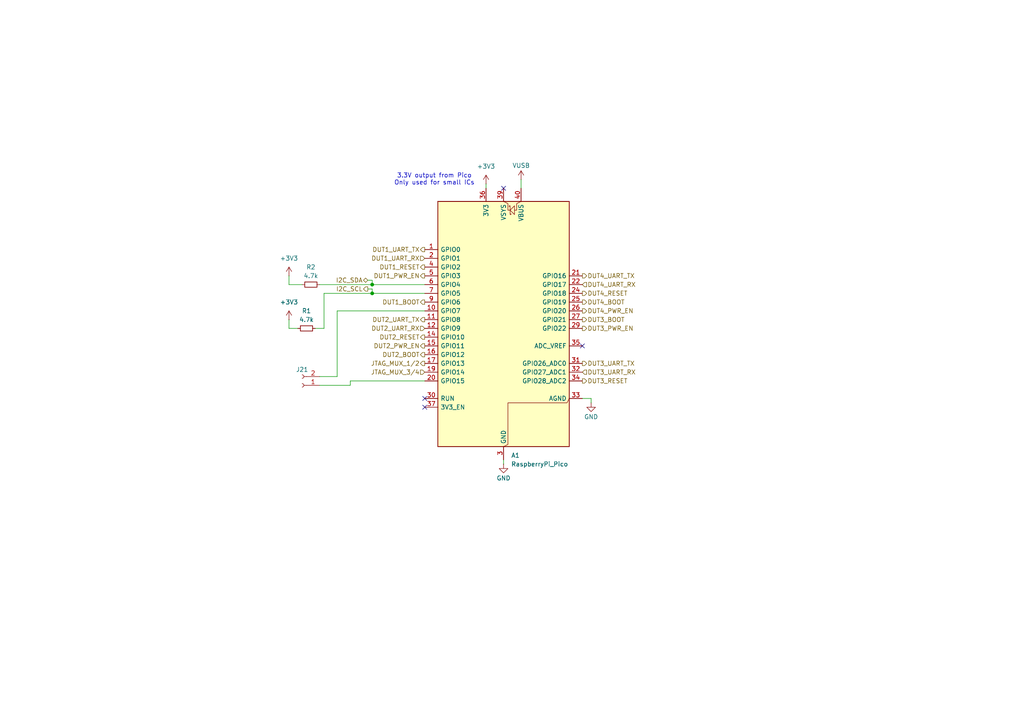
<source format=kicad_sch>
(kicad_sch (version 20250114) (generator "eeschema") (generator_version "9.0")
  (paper "A4")
  (lib_symbols
    (symbol "dut_hub:+3V3" (power) (pin_numbers (hide yes)) (pin_names (offset 0) (hide yes))
      (property "Value" "+3V3" (at 0 3.556 0))
      (symbol "+3V3_0_1"
        (polyline (pts (xy -0.762 1.27) (xy 0 2.54)))
        (polyline (pts (xy 0 2.54) (xy 0.762 1.27)))
        (polyline (pts (xy 0 0) (xy 0 2.54)))
      )
      (symbol "+3V3_1_1"
        (pin power_in line (at 0 0 90) (length 0) (name "~") (number "1"))
      )
    )
    (symbol "dut_hub:Conn_01x02_Socket" (pin_names (offset 1.016) (hide yes))
      (property "Reference" "J" (at 0 2.54 0))
      (property "Value" "Conn_01x02_Socket" (at 0 -5.08 0))
      (symbol "Conn_01x02_Socket_1_1"
        (polyline (pts (xy -1.27 0) (xy -0.508 0)) (stroke (width 0.1524)))
        (polyline (pts (xy -1.27 -2.54) (xy -0.508 -2.54)) (stroke (width 0.1524)))
        (arc (start 0 -0.508) (mid -0.5058 0) (end 0 0.508) (stroke (width 0.1524)))
        (arc (start 0 -3.048) (mid -0.5058 -2.54) (end 0 -2.032) (stroke (width 0.1524)))
        (pin passive line (at -5.08 0 0) (length 3.81) (name "Pin_1") (number "1"))
        (pin passive line (at -5.08 -2.54 0) (length 3.81) (name "Pin_2") (number "2"))
      )
    )
    (symbol "dut_hub:GND" (power) (pin_numbers (hide yes)) (pin_names (offset 0) (hide yes))
      (property "Value" "GND" (at 0 -3.81 0))
      (symbol "GND_0_1"
        (polyline (pts (xy 0 0) (xy 0 -1.27) (xy 1.27 -1.27) (xy 0 -2.54) (xy -1.27 -1.27) (xy 0 -1.27)))
      )
      (symbol "GND_1_1"
        (pin power_in line (at 0 0 270) (length 0) (name "~") (number "1"))
      )
    )
    (symbol "dut_hub:R_Small" (pin_numbers (hide yes)) (pin_names (offset 0.254) (hide yes))
      (property "Reference" "R" (at 0 0 90))
      (property "Value" "R_Small" (at 1.778 0 90))
      (symbol "R_Small_0_1"
        (rectangle (start -0.762 1.778) (end 0.762 -1.778) (stroke (width 0.2032)))
      )
      (symbol "R_Small_1_1"
        (pin passive line (at 0 2.54 270) (length 0.762) (name "~") (number "1"))
        (pin passive line (at 0 -2.54 90) (length 0.762) (name "~") (number "2"))
      )
    )
    (symbol "dut_hub:RaspberryPi_Pico" (pin_names (offset 0.762))
      (property "Reference" "A" (at -19.05 38.1 0))
      (property "Value" "RaspberryPi_Pico" (at 7.62 38.1 0))
      (symbol "RaspberryPi_Pico_0_1"
        (rectangle (start -19.05 36.83) (end 19.05 -34.29) (stroke (width 0.254)) (fill (type background)))
        (polyline (pts (xy 0 36.83) (xy 1.27 36.195) (xy 1.27 34.29) (xy 1.905 34.29)))
        (polyline (pts (xy 0 -34.29) (xy 1.27 -33.655) (xy 1.27 -21.59) (xy 18.415 -21.59) (xy 19.05 -20.32)))
        (polyline (pts (xy 1.651 35.306) (xy 1.651 35.56) (xy 1.905 35.56) (xy 1.905 33.02) (xy 2.159 33.02) (xy 2.159 33.274)))
        (polyline (pts (xy 1.905 34.29) (xy 3.175 35.56) (xy 3.175 33.02) (xy 1.905 34.29)))
        (polyline (pts (xy 5.08 36.83) (xy 3.81 36.195) (xy 3.81 34.29) (xy 3.175 34.29)))
      )
      (symbol "RaspberryPi_Pico_1_1"
        (pin bidirectional line (at -22.86 22.86 0) (length 3.81) (name "GPIO0") (number "1"))
        (pin bidirectional line (at -22.86 20.32 0) (length 3.81) (name "GPIO1") (number "2"))
        (pin bidirectional line (at -22.86 17.78 0) (length 3.81) (name "GPIO2") (number "4"))
        (pin bidirectional line (at -22.86 15.24 0) (length 3.81) (name "GPIO3") (number "5"))
        (pin bidirectional line (at -22.86 12.7 0) (length 3.81) (name "GPIO4") (number "6"))
        (pin bidirectional line (at -22.86 10.16 0) (length 3.81) (name "GPIO5") (number "7"))
        (pin bidirectional line (at -22.86 7.62 0) (length 3.81) (name "GPIO6") (number "9"))
        (pin bidirectional line (at -22.86 5.08 0) (length 3.81) (name "GPIO7") (number "10"))
        (pin bidirectional line (at -22.86 2.54 0) (length 3.81) (name "GPIO8") (number "11"))
        (pin bidirectional line (at -22.86 0 0) (length 3.81) (name "GPIO9") (number "12"))
        (pin bidirectional line (at -22.86 -2.54 0) (length 3.81) (name "GPIO10") (number "14"))
        (pin bidirectional line (at -22.86 -5.08 0) (length 3.81) (name "GPIO11") (number "15"))
        (pin bidirectional line (at -22.86 -7.62 0) (length 3.81) (name "GPIO12") (number "16"))
        (pin bidirectional line (at -22.86 -10.16 0) (length 3.81) (name "GPIO13") (number "17"))
        (pin bidirectional line (at -22.86 -12.7 0) (length 3.81) (name "GPIO14") (number "19"))
        (pin bidirectional line (at -22.86 -15.24 0) (length 3.81) (name "GPIO15") (number "20"))
        (pin input line (at -22.86 -20.32 0) (length 3.81) (name "RUN") (number "30"))
        (pin input line (at -22.86 -22.86 0) (length 3.81) (name "3V3_EN") (number "37"))
        (pin power_out line (at -5.08 40.64 270) (length 3.81) (name "3V3") (number "36"))
        (pin power_in line (at 0 40.64 270) (length 3.81) (name "VSYS") (number "39"))
        (pin passive line (at 0 -38.1 90) (length 3.81) (hide yes) (name "GND") (number "13"))
        (pin passive line (at 0 -38.1 90) (length 3.81) (hide yes) (name "GND") (number "18"))
        (pin passive line (at 0 -38.1 90) (length 3.81) (hide yes) (name "GND") (number "23"))
        (pin passive line (at 0 -38.1 90) (length 3.81) (hide yes) (name "GND") (number "28"))
        (pin power_out line (at 0 -38.1 90) (length 3.81) (name "GND") (number "3"))
        (pin passive line (at 0 -38.1 90) (length 3.81) (hide yes) (name "GND") (number "38"))
        (pin passive line (at 0 -38.1 90) (length 3.81) (hide yes) (name "GND") (number "8"))
        (pin power_out line (at 5.08 40.64 270) (length 3.81) (name "VBUS") (number "40"))
        (pin bidirectional line (at 22.86 15.24 180) (length 3.81) (name "GPIO16") (number "21"))
        (pin bidirectional line (at 22.86 12.7 180) (length 3.81) (name "GPIO17") (number "22"))
        (pin bidirectional line (at 22.86 10.16 180) (length 3.81) (name "GPIO18") (number "24"))
        (pin bidirectional line (at 22.86 7.62 180) (length 3.81) (name "GPIO19") (number "25"))
        (pin bidirectional line (at 22.86 5.08 180) (length 3.81) (name "GPIO20") (number "26"))
        (pin bidirectional line (at 22.86 2.54 180) (length 3.81) (name "GPIO21") (number "27"))
        (pin bidirectional line (at 22.86 0 180) (length 3.81) (name "GPIO22") (number "29"))
        (pin power_in line (at 22.86 -5.08 180) (length 3.81) (name "ADC_VREF") (number "35"))
        (pin bidirectional line (at 22.86 -10.16 180) (length 3.81) (name "GPIO26_ADC0") (number "31"))
        (pin bidirectional line (at 22.86 -12.7 180) (length 3.81) (name "GPIO27_ADC1") (number "32"))
        (pin bidirectional line (at 22.86 -15.24 180) (length 3.81) (name "GPIO28_ADC2") (number "34"))
        (pin power_out line (at 22.86 -20.32 180) (length 3.81) (name "AGND") (number "33"))
      )
    )
    (symbol "dut_hub:VBUS" (power) (pin_numbers (hide yes)) (pin_names (offset 0) (hide yes))
      (property "Value" "VBUS" (at 0 3.556 0))
      (symbol "VBUS_0_1"
        (polyline (pts (xy -0.762 1.27) (xy 0 2.54)))
        (polyline (pts (xy 0 2.54) (xy 0.762 1.27)))
        (polyline (pts (xy 0 0) (xy 0 2.54)))
      )
      (symbol "VBUS_1_1"
        (pin power_in line (at 0 0 90) (length 0) (name "~") (number "1"))
      )
    )
  )
  (text "3.3V output from Pico\nOnly used for small ICs" (at 125.984 52.07 0) (effects (font (size 1.27 1.27))))
  (junction (at 107.95 85.09))
  (junction (at 107.95 82.55))
  (no_connect (at 168.91 100.33))
  (no_connect (at 123.19 118.11))
  (no_connect (at 146.05 54.61))
  (no_connect (at 123.19 115.57))
  (wire (pts (xy 123.19 85.09) (xy 107.95 85.09)))
  (wire (pts (xy 106.68 81.28) (xy 107.95 81.28)))
  (wire (pts (xy 92.71 82.55) (xy 107.95 82.55)))
  (wire (pts (xy 123.19 110.49) (xy 101.6 110.49)))
  (wire (pts (xy 97.79 90.17) (xy 97.79 109.22)))
  (wire (pts (xy 101.6 110.49) (xy 101.6 111.76)))
  (wire (pts (xy 93.98 85.09) (xy 93.98 95.25)))
  (wire (pts (xy 123.19 90.17) (xy 97.79 90.17)))
  (wire (pts (xy 107.95 83.82) (xy 107.95 85.09)))
  (wire (pts (xy 171.45 115.57) (xy 171.45 116.84)))
  (wire (pts (xy 83.82 82.55) (xy 87.63 82.55)))
  (wire (pts (xy 168.91 115.57) (xy 171.45 115.57)))
  (wire (pts (xy 101.6 111.76) (xy 92.71 111.76)))
  (wire (pts (xy 83.82 80.01) (xy 83.82 82.55)))
  (wire (pts (xy 146.05 133.35) (xy 146.05 134.62)))
  (wire (pts (xy 140.97 53.34) (xy 140.97 54.61)))
  (wire (pts (xy 107.95 81.28) (xy 107.95 82.55)))
  (wire (pts (xy 151.13 52.07) (xy 151.13 54.61)))
  (wire (pts (xy 83.82 92.71) (xy 83.82 95.25)))
  (wire (pts (xy 97.79 109.22) (xy 92.71 109.22)))
  (wire (pts (xy 107.95 85.09) (xy 93.98 85.09)))
  (wire (pts (xy 93.98 95.25) (xy 91.44 95.25)))
  (wire (pts (xy 86.36 95.25) (xy 83.82 95.25)))
  (wire (pts (xy 107.95 82.55) (xy 123.19 82.55)))
  (wire (pts (xy 106.68 83.82) (xy 107.95 83.82)))
  (hierarchical_label "DUT2_PWR_EN" (shape output) (at 123.19 100.33 180))
  (hierarchical_label "DUT1_UART_TX" (shape output) (at 123.19 72.39 180))
  (hierarchical_label "DUT4_BOOT" (shape output) (at 168.91 87.63 0))
  (hierarchical_label "DUT3_UART_TX" (shape output) (at 168.91 105.41 0))
  (hierarchical_label "DUT2_RESET" (shape output) (at 123.19 97.79 180))
  (hierarchical_label "DUT2_BOOT" (shape output) (at 123.19 102.87 180))
  (hierarchical_label "DUT3_UART_RX" (shape input) (at 168.91 107.95 0))
  (hierarchical_label "DUT1_PWR_EN" (shape output) (at 123.19 80.01 180))
  (hierarchical_label "DUT2_UART_TX" (shape output) (at 123.19 92.71 180))
  (hierarchical_label "DUT4_UART_TX" (shape output) (at 168.91 80.01 0))
  (hierarchical_label "DUT3_PWR_EN" (shape output) (at 168.91 95.25 0))
  (hierarchical_label "DUT4_UART_RX" (shape input) (at 168.91 82.55 0))
  (hierarchical_label "DUT2_UART_RX" (shape input) (at 123.19 95.25 180))
  (hierarchical_label "DUT4_PWR_EN" (shape output) (at 168.91 90.17 0))
  (hierarchical_label "I2C_SCL" (shape output) (at 106.68 83.82 180))
  (hierarchical_label "I2C_SDA" (shape bidirectional) (at 106.68 81.28 180))
  (hierarchical_label "DUT1_BOOT" (shape output) (at 123.19 87.63 180))
  (hierarchical_label "DUT1_UART_RX" (shape input) (at 123.19 74.93 180))
  (hierarchical_label "DUT1_RESET" (shape output) (at 123.19 77.47 180))
  (hierarchical_label "DUT3_BOOT" (shape output) (at 168.91 92.71 0))
  (hierarchical_label "DUT3_RESET" (shape output) (at 168.91 110.49 0))
  (hierarchical_label "DUT4_RESET" (shape output) (at 168.91 85.09 0))
  (hierarchical_label "JTAG_MUX_1{slash}2" (shape output) (at 123.19 105.41 180))
  (hierarchical_label "JTAG_MUX_3{slash}4" (shape input) (at 123.19 107.95 180))
  (symbol (lib_id "dut_hub:+3V3") (at 140.97 53.34 0) (mirror y) (unit 1)
    (property "Reference" "#PWR03" (effects (hide yes)))
    (property "Value" "+3V3" (at 140.97 48.26 0))
    (property "Description" "Power symbol creates a global label with name \"+3V3\"" (effects (hide yes)))
  )
  (symbol (lib_id "dut_hub:+3V3") (at 83.82 92.71 0) (mirror y) (unit 1)
    (property "Reference" "#PWR02" (effects (hide yes)))
    (property "Value" "+3V3" (at 83.82 87.63 0))
    (property "Description" "Power symbol creates a global label with name \"+3V3\"" (effects (hide yes)))
  )
  (symbol (lib_id "dut_hub:GND") (at 146.05 134.62 0) (unit 1)
    (property "Reference" "#PWR04" (effects (hide yes)))
    (property "Value" "GND" (at 146.05 138.684 0))
    (property "Description" "Power symbol creates a global label with name \"GND\" , ground" (effects (hide yes)))
  )
  (symbol (lib_id "dut_hub:R_Small") (at 90.17 82.55 90) (mirror x) (unit 1)
    (property "Reference" "R2" (at 90.17 77.47 90))
    (property "Value" "4.7k" (at 90.17 80.01 90))
    (property "Footprint" "Resistor_SMD:R_0603_1608Metric" (effects (hide yes)))
    (property "Description" "Resistor, small symbol" (effects (hide yes)))
  )
  (symbol (lib_id "dut_hub:+3V3") (at 83.82 80.01 0) (mirror y) (unit 1)
    (property "Reference" "#PWR01" (effects (hide yes)))
    (property "Value" "+3V3" (at 83.82 74.93 0))
    (property "Description" "Power symbol creates a global label with name \"+3V3\"" (effects (hide yes)))
  )
  (symbol (lib_id "dut_hub:R_Small") (at 88.9 95.25 90) (mirror x) (unit 1)
    (property "Reference" "R1" (at 88.9 90.17 90))
    (property "Value" "4.7k" (at 88.9 92.71 90))
    (property "Footprint" "Resistor_SMD:R_0603_1608Metric" (effects (hide yes)))
    (property "Description" "Resistor, small symbol" (effects (hide yes)))
  )
  (symbol (lib_id "dut_hub:VBUS") (at 151.13 52.07 0) (unit 1)
    (property "Reference" "#PWR05" (effects (hide yes)))
    (property "Value" "VUSB" (at 148.59 48.006 0) (effects (justify left)))
    (property "Description" "Power symbol creates a global label with name \"VBUS\"" (effects (hide yes)))
  )
  (symbol (lib_id "dut_hub:RaspberryPi_Pico") (at 146.05 95.25 0) (unit 1)
    (property "Reference" "A1" (at 148.2441 132.08 0) (effects (justify left)))
    (property "Value" "RaspberryPi_Pico" (at 148.2441 134.62 0) (effects (justify left)))
    (property "Footprint" "Module_RaspberryPi_Pico:RaspberryPi_Pico_Common_THT" (effects (hide yes)))
    (property "Datasheet" "https://datasheets.raspberrypi.com/pico/pico-datasheet.pdf" (effects (hide yes)))
    (property "Description" "Versatile and inexpensive microcontroller module powered by RP2040 dual-core Arm Cortex-M0+ processor up to 133 MHz, 264kB SRAM, 2MB QSPI flash" (effects (hide yes)))
  )
  (symbol (lib_id "dut_hub:GND") (at 171.45 116.84 0) (unit 1)
    (property "Reference" "#PWR06" (effects (hide yes)))
    (property "Value" "GND" (at 171.45 120.904 0))
    (property "Description" "Power symbol creates a global label with name \"GND\" , ground" (effects (hide yes)))
  )
  (symbol (lib_id "dut_hub:Conn_01x02_Socket") (at 87.63 111.76 180) (unit 1)
    (property "Reference" "J21" (at 87.63 107.188 0))
    (property "Value" "Conn_01x02_Socket" (effects (hide yes)))
    (property "Footprint" "Connector_PinSocket_2.54mm:PinSocket_1x02_P2.54mm_Vertical" (effects (hide yes)))
    (property "Description" "Generic connector, single row, 01x02, script generated" (effects (hide yes)))
  )
)
</source>
